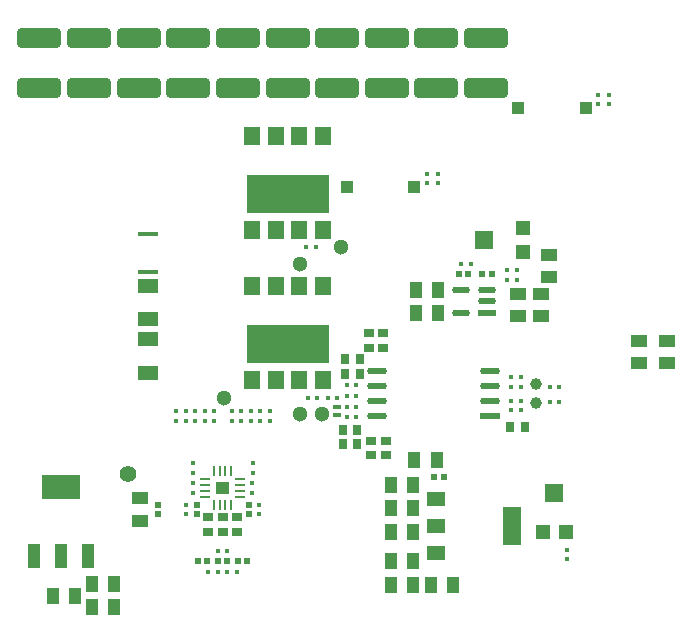
<source format=gbr>
%TF.GenerationSoftware,Altium Limited,Altium Designer,22.9.1 (49)*%
G04 Layer_Color=65280*
%FSLAX45Y45*%
%MOMM*%
%TF.SameCoordinates,E77D5F78-0586-4990-9624-58BD59020D5A*%
%TF.FilePolarity,Positive*%
%TF.FileFunction,Paste,Top*%
%TF.Part,Single*%
G01*
G75*
%TA.AperFunction,SMDPad,CuDef*%
%ADD10R,0.45000X0.45000*%
%ADD11R,1.00000X1.45000*%
G04:AMPARAMS|DCode=12|XSize=1.65506mm|YSize=0.58213mm|CornerRadius=0.29107mm|HoleSize=0mm|Usage=FLASHONLY|Rotation=180.000|XOffset=0mm|YOffset=0mm|HoleType=Round|Shape=RoundedRectangle|*
%AMROUNDEDRECTD12*
21,1,1.65506,0.00000,0,0,180.0*
21,1,1.07293,0.58213,0,0,180.0*
1,1,0.58213,-0.53646,0.00000*
1,1,0.58213,0.53646,0.00000*
1,1,0.58213,0.53646,0.00000*
1,1,0.58213,-0.53646,0.00000*
%
%ADD12ROUNDEDRECTD12*%
%ADD13R,1.65506X0.58213*%
%ADD17R,1.75000X1.15000*%
%ADD18R,0.52000X0.52000*%
%ADD19R,1.45000X1.00000*%
%ADD20C,1.40000*%
%ADD21R,3.25000X2.15000*%
%ADD22R,1.00000X2.15000*%
G04:AMPARAMS|DCode=23|XSize=1.7mm|YSize=3.8mm|CornerRadius=0.425mm|HoleSize=0mm|Usage=FLASHONLY|Rotation=90.000|XOffset=0mm|YOffset=0mm|HoleType=Round|Shape=RoundedRectangle|*
%AMROUNDEDRECTD23*
21,1,1.70000,2.95000,0,0,90.0*
21,1,0.85000,3.80000,0,0,90.0*
1,1,0.85000,1.47500,0.42500*
1,1,0.85000,1.47500,-0.42500*
1,1,0.85000,-1.47500,-0.42500*
1,1,0.85000,-1.47500,0.42500*
%
%ADD23ROUNDEDRECTD23*%
%ADD25R,1.35000X1.65000*%
%ADD26R,7.00000X3.20000*%
%ADD27R,0.71120X0.39370*%
%ADD28R,1.70000X0.45000*%
%ADD29R,0.75000X0.85000*%
%ADD30R,1.00000X1.00000*%
%ADD31R,1.60000X1.20000*%
%ADD32R,1.60000X3.30000*%
G04:AMPARAMS|DCode=33|XSize=1.50543mm|YSize=0.57583mm|CornerRadius=0.28791mm|HoleSize=0mm|Usage=FLASHONLY|Rotation=180.000|XOffset=0mm|YOffset=0mm|HoleType=Round|Shape=RoundedRectangle|*
%AMROUNDEDRECTD33*
21,1,1.50543,0.00000,0,0,180.0*
21,1,0.92960,0.57583,0,0,180.0*
1,1,0.57583,-0.46480,0.00000*
1,1,0.57583,0.46480,0.00000*
1,1,0.57583,0.46480,0.00000*
1,1,0.57583,-0.46480,0.00000*
%
%ADD33ROUNDEDRECTD33*%
%ADD34R,1.50543X0.57583*%
%ADD35R,1.52400X1.52400*%
%ADD36R,1.20000X1.20000*%
%ADD37R,0.45000X0.45000*%
%ADD38C,1.30000*%
%ADD39R,0.52000X0.52000*%
%ADD40C,1.00000*%
%ADD41R,1.52400X1.52400*%
%ADD42R,1.20000X1.20000*%
%ADD43R,0.85000X0.75000*%
G04:AMPARAMS|DCode=81|XSize=0.79639mm|YSize=0.19639mm|CornerRadius=0.00069mm|HoleSize=0mm|Usage=FLASHONLY|Rotation=90.000|XOffset=0mm|YOffset=0mm|HoleType=Round|Shape=RoundedRectangle|*
%AMROUNDEDRECTD81*
21,1,0.79639,0.19500,0,0,90.0*
21,1,0.79500,0.19639,0,0,90.0*
1,1,0.00139,0.09750,0.39750*
1,1,0.00139,0.09750,-0.39750*
1,1,0.00139,-0.09750,-0.39750*
1,1,0.00139,-0.09750,0.39750*
%
%ADD81ROUNDEDRECTD81*%
G04:AMPARAMS|DCode=82|XSize=0.79639mm|YSize=0.19639mm|CornerRadius=0.00069mm|HoleSize=0mm|Usage=FLASHONLY|Rotation=0.000|XOffset=0mm|YOffset=0mm|HoleType=Round|Shape=RoundedRectangle|*
%AMROUNDEDRECTD82*
21,1,0.79639,0.19500,0,0,0.0*
21,1,0.79500,0.19639,0,0,0.0*
1,1,0.00139,0.39750,-0.09750*
1,1,0.00139,-0.39750,-0.09750*
1,1,0.00139,-0.39750,0.09750*
1,1,0.00139,0.39750,0.09750*
%
%ADD82ROUNDEDRECTD82*%
G36*
X3203000Y2077000D02*
X3097000D01*
Y2182999D01*
X3203000D01*
Y2077000D01*
D02*
G37*
D10*
X5170000Y4030000D02*
D03*
X5250000D02*
D03*
X4200000Y2909985D02*
D03*
X4280000D02*
D03*
X5640000Y3980000D02*
D03*
X5560000D02*
D03*
X5640000Y3890000D02*
D03*
X5560000D02*
D03*
X4120000Y2890000D02*
D03*
X4040000D02*
D03*
X3110000Y1599999D02*
D03*
X3190000D02*
D03*
X3270000Y1419999D02*
D03*
X3190000D02*
D03*
X3030000D02*
D03*
X3110000D02*
D03*
X4200000Y3000000D02*
D03*
X4280000D02*
D03*
X4200000Y2729999D02*
D03*
X4280000D02*
D03*
X3950000Y2890000D02*
D03*
X3870000D02*
D03*
X4280000Y2819999D02*
D03*
X4200000D02*
D03*
X5999999Y2860000D02*
D03*
X5920000D02*
D03*
X6000000Y2990000D02*
D03*
X5920000D02*
D03*
X3940000Y4170000D02*
D03*
X3860000D02*
D03*
D11*
X4965000Y2370023D02*
D03*
X4775000D02*
D03*
X2235000Y1319999D02*
D03*
X2044999D02*
D03*
X2235000Y1119999D02*
D03*
X2044999D02*
D03*
X1905000Y1219999D02*
D03*
X1715000D02*
D03*
X4765000Y2159976D02*
D03*
X4575000D02*
D03*
X4575000Y1760000D02*
D03*
X4765000D02*
D03*
X4575000Y1960000D02*
D03*
X4765000D02*
D03*
X4975000Y3609999D02*
D03*
X4785000D02*
D03*
X4975000Y3809999D02*
D03*
X4785000D02*
D03*
X4574999Y1510000D02*
D03*
X4765000D02*
D03*
X4575000Y1310000D02*
D03*
X4765000D02*
D03*
X5105000D02*
D03*
X4915000D02*
D03*
D12*
X4461943Y2739499D02*
D03*
Y2866499D02*
D03*
Y2993499D02*
D03*
Y3120499D02*
D03*
X5418057D02*
D03*
Y2993499D02*
D03*
Y2866499D02*
D03*
D13*
Y2739499D02*
D03*
D17*
X2520000Y3392501D02*
D03*
Y3107501D02*
D03*
Y3842501D02*
D03*
Y3557501D02*
D03*
D18*
X5348999Y3940000D02*
D03*
X5431000D02*
D03*
X5149000Y3939999D02*
D03*
X5231000D02*
D03*
X4939001Y2220000D02*
D03*
X5021001D02*
D03*
X3361000Y1510000D02*
D03*
X3278999D02*
D03*
X2938999D02*
D03*
X3021001D02*
D03*
X3108999D02*
D03*
X3191000D02*
D03*
D19*
X2449976Y1854999D02*
D03*
Y2044999D02*
D03*
X5650000Y3585000D02*
D03*
Y3775000D02*
D03*
X5850000Y3584999D02*
D03*
Y3775000D02*
D03*
X6910000Y3185000D02*
D03*
Y3375000D02*
D03*
X6680000Y3185000D02*
D03*
Y3375000D02*
D03*
X5910000Y3914999D02*
D03*
Y4104999D02*
D03*
D20*
X2349971Y2249999D02*
D03*
D21*
X1780000Y2142499D02*
D03*
D22*
X2010000Y1557499D02*
D03*
X1780000D02*
D03*
X1550000D02*
D03*
D23*
X2440000Y5514999D02*
D03*
Y5945000D02*
D03*
X1600000Y5514999D02*
D03*
Y5945000D02*
D03*
X4120000D02*
D03*
Y5514999D02*
D03*
X3700000Y5945000D02*
D03*
Y5514999D02*
D03*
X4960000Y5945001D02*
D03*
Y5514999D02*
D03*
X3280000Y5945000D02*
D03*
Y5514999D02*
D03*
X5380000Y5945001D02*
D03*
Y5514999D02*
D03*
X2860000Y5945000D02*
D03*
Y5514999D02*
D03*
X2020000Y5945000D02*
D03*
Y5514999D02*
D03*
X4540000Y5945001D02*
D03*
Y5514999D02*
D03*
D25*
X4000000Y4312500D02*
D03*
X3800000D02*
D03*
X3400000Y5107500D02*
D03*
X3600000D02*
D03*
X3800000D02*
D03*
X4000000D02*
D03*
X3600000Y4312500D02*
D03*
X3400000D02*
D03*
X4000000Y3042500D02*
D03*
X3800000D02*
D03*
X3600000D02*
D03*
X3400000D02*
D03*
X3600000Y3837500D02*
D03*
X3400000D02*
D03*
X3800000D02*
D03*
X4000000D02*
D03*
D26*
X3700000Y4619000D02*
D03*
Y3348999D02*
D03*
D27*
X4120000Y2814924D02*
D03*
Y2745074D02*
D03*
D28*
X2520000Y3962500D02*
D03*
Y4277500D02*
D03*
D29*
X5712500Y2650000D02*
D03*
X5587500D02*
D03*
X4312500Y3220000D02*
D03*
X4187500D02*
D03*
X4312500Y3100000D02*
D03*
X4187500D02*
D03*
X4292499Y2620000D02*
D03*
X4167499D02*
D03*
X4292499Y2500000D02*
D03*
X4167499D02*
D03*
D30*
X4205000Y4680001D02*
D03*
X4775000D02*
D03*
X5655000Y5349998D02*
D03*
X6225001D02*
D03*
D31*
X4959999Y1579999D02*
D03*
Y1809999D02*
D03*
Y2039999D02*
D03*
D32*
X5600000Y1809999D02*
D03*
D33*
X5169961Y3805000D02*
D03*
X5390038D02*
D03*
X5169961Y3615000D02*
D03*
X5390038Y3710000D02*
D03*
D34*
Y3615000D02*
D03*
D35*
X5360000Y4229977D02*
D03*
D36*
X5690000Y4129977D02*
D03*
Y4329977D02*
D03*
D37*
X5680000Y2870000D02*
D03*
Y2790000D02*
D03*
X5590000D02*
D03*
Y2870000D02*
D03*
X6070000Y1610000D02*
D03*
Y1529999D02*
D03*
X4970000Y4790000D02*
D03*
Y4710000D02*
D03*
X4880000Y4790000D02*
D03*
Y4710000D02*
D03*
X3460000Y1989999D02*
D03*
Y1909999D02*
D03*
X2900000Y2339999D02*
D03*
Y2260000D02*
D03*
X3410000Y2339999D02*
D03*
Y2260000D02*
D03*
X2840000Y1989999D02*
D03*
Y1909999D02*
D03*
X2900000Y2169999D02*
D03*
Y2090000D02*
D03*
X3400000D02*
D03*
Y2169999D02*
D03*
X3310000Y2700000D02*
D03*
Y2780000D02*
D03*
X3470000Y2700000D02*
D03*
Y2780000D02*
D03*
X3390000Y2700000D02*
D03*
Y2780000D02*
D03*
X2920000Y2700000D02*
D03*
Y2780000D02*
D03*
X2760000Y2700000D02*
D03*
Y2780000D02*
D03*
X2840000Y2700000D02*
D03*
Y2780000D02*
D03*
X3000000Y2700000D02*
D03*
Y2780000D02*
D03*
X3230000Y2700000D02*
D03*
Y2780000D02*
D03*
X3080000Y2700000D02*
D03*
Y2780000D02*
D03*
X3550000Y2700000D02*
D03*
Y2780000D02*
D03*
X5680000Y3069999D02*
D03*
Y2990000D02*
D03*
X5590000Y3069999D02*
D03*
Y2990000D02*
D03*
X6330001Y5459998D02*
D03*
Y5379998D02*
D03*
X6420000Y5459998D02*
D03*
Y5379998D02*
D03*
D38*
X3809977Y4029999D02*
D03*
X4149965Y4169999D02*
D03*
X3989970Y2759999D02*
D03*
X3809976D02*
D03*
X3159968Y2889998D02*
D03*
D39*
X2599977Y1908999D02*
D03*
Y1990999D02*
D03*
X3370000Y1908999D02*
D03*
Y1991000D02*
D03*
X2930000Y1908999D02*
D03*
Y1991000D02*
D03*
D40*
X5799973Y2849999D02*
D03*
X5799975Y3009999D02*
D03*
D41*
X5960000Y2089999D02*
D03*
D42*
X6060000Y1760000D02*
D03*
X5860000D02*
D03*
D43*
X3030000Y1757500D02*
D03*
Y1882499D02*
D03*
X3270000Y1757500D02*
D03*
Y1882499D02*
D03*
X3150000Y1757500D02*
D03*
Y1882499D02*
D03*
X4510000Y3317500D02*
D03*
Y3442500D02*
D03*
X4390000Y3317500D02*
D03*
Y3442500D02*
D03*
X4410000Y2532499D02*
D03*
Y2407499D02*
D03*
X4530000Y2532499D02*
D03*
Y2407499D02*
D03*
D81*
X3225000Y1985000D02*
D03*
X3075000D02*
D03*
X3125000D02*
D03*
X3175000D02*
D03*
X3075000Y2275000D02*
D03*
X3125000D02*
D03*
X3225000D02*
D03*
X3175000D02*
D03*
D82*
X3005000Y2105000D02*
D03*
Y2154999D02*
D03*
Y2054999D02*
D03*
Y2205000D02*
D03*
X3295000Y2154999D02*
D03*
Y2105000D02*
D03*
Y2054999D02*
D03*
Y2205000D02*
D03*
%TF.MD5,c90c00dab7057a4d6bd044af5aef23b9*%
M02*

</source>
